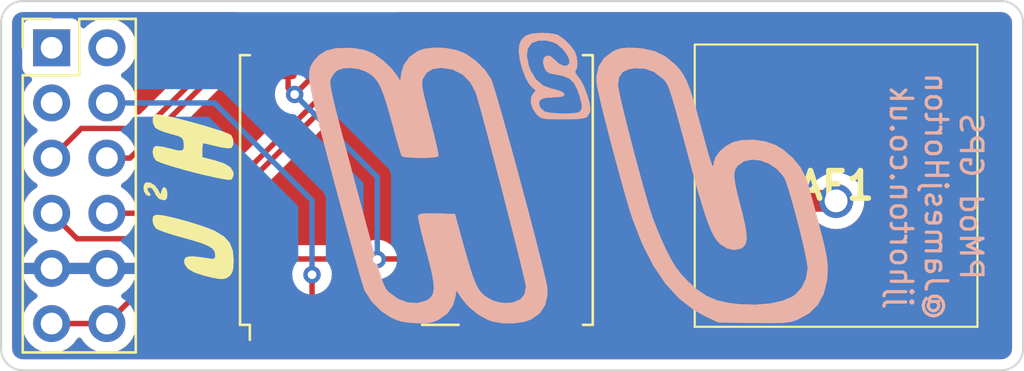
<source format=kicad_pcb>
(kicad_pcb (version 20211014) (generator pcbnew)
  (layers (0 "F.Cu" signal) (31 "B.Cu" signal) (34 "B.Paste" user) (35 "F.Paste" user) (36 "B.SilkS" user "B.Silkscreen") (37 "F.SilkS" user "F.Silkscreen") (38 "B.Mask" user) (39 "F.Mask" user) (44 "Edge.Cuts" user))
  (net 0 "")
  (net 1 "Net-(AE1-Pad1)")
  (net 4 "1PPS")
  (net 8 "GND")
  (net 9 "+3V3")
  (net 15 "SDA")
  (net 16 "SCL")
  (net 17 "TXD")
  (net 18 "RXD")
  (footprint "jjh:j2h_small" (layer "F.Cu") (at 126 91 90)
    (fp_text reference "G***" hide)
    (fp_text value "LOGO" hide)
    (fp_poly (pts (xy -0.916266 -2.009227) (xy -0.853482 -1.905249) (xy -0.846666 -1.779412) (xy -0.873808 -1.544377) (xy -0.947163 -1.192884) (xy -1.054627 -0.767452) (xy -1.184096 -0.310597) (xy -1.323466 0.135162) (xy -1.460632 0.527309) (xy -1.583491 0.823326) (xy -1.593507 0.843949) (xy -1.84552 1.254772) (xy -2.138795 1.518476) (xy -2.508188 1.657156) (xy -2.933521 1.693333) (xy -3.263589 1.680518) (xy -3.476315 1.633994) (xy -3.622307 1.541641) (xy -3.640666 1.524) (xy -3.743665 1.393135) (xy -3.79329 1.236553) (xy -3.789599 1.019163) (xy -3.732647 0.70587) (xy -3.64259 0.338667) (xy -3.490729 -0.121096) (xy -3.312754 -0.419638) (xy -3.103321 -0.563792) (xy -2.927834 -0.575511) (xy -2.820682 -0.519823) (xy -2.766175 -0.376243) (xy -2.762291 -0.122477) (xy -2.807013 0.263767) (xy -2.835438 0.4445) (xy -2.870183 0.685662) (xy -2.858652 0.803872) (xy -2.78396 0.842943) (xy -2.68046 0.846667) (xy -2.529615 0.818556) (xy -2.398393 0.720882) (xy -2.276258 0.533626) (xy -2.152674 0.236772) (xy -2.017104 -0.189696) (xy -1.88659 -0.661479) (xy -1.769102 -1.076097) (xy -1.65248 -1.440471) (xy -1.549369 -1.717989) (xy -1.472416 -1.872037) (xy -1.465559 -1.880465) (xy -1.280323 -1.994264) (xy -1.087544 -2.032) (xy -0.916266 -2.009227)) (layer "F.SilkS") (width 0.01) (fill solid))
    (fp_poly (pts (xy 2.237663 -1.98957) (xy 2.315048 -1.909091) (xy 2.317395 -1.769299) (xy 2.277991 -1.521819) (xy 2.206716 -1.225413) (xy 2.12553 -0.898368) (xy 2.114169 -0.702877) (xy 2.18633 -0.610734) (xy 2.355712 -0.593731) (xy 2.506774 -0.60752) (xy 2.633231 -0.636476) (xy 2.720861 -0.712238) (xy 2.792752 -0.872) (xy 2.871995 -1.152955) (xy 2.890385 -1.225482) (xy 2.984196 -1.534236) (xy 3.089379 -1.783792) (xy 3.183707 -1.921744) (xy 3.186641 -1.923982) (xy 3.398254 -2.015938) (xy 3.611894 -2.018021) (xy 3.761774 -1.933431) (xy 3.783231 -1.894971) (xy 3.781034 -1.761583) (xy 3.735539 -1.498458) (xy 3.655356 -1.13665) (xy 3.549094 -0.707213) (xy 3.425361 -0.241201) (xy 3.292766 0.230331) (xy 3.159919 0.67633) (xy 3.035428 1.06574) (xy 2.927903 1.36751) (xy 2.845952 1.550583) (xy 2.817806 1.5875) (xy 2.614785 1.676754) (xy 2.404105 1.681246) (xy 2.254233 1.603673) (xy 2.231205 1.564388) (xy 2.225391 1.419684) (xy 2.258883 1.168692) (xy 2.318529 0.890821) (xy 2.38814 0.607242) (xy 2.437404 0.394221) (xy 2.455334 0.3001) (xy 2.380384 0.27063) (xy 2.194237 0.25484) (xy 2.132988 0.254) (xy 1.810642 0.254) (xy 1.656137 0.849699) (xy 1.514022 1.275408) (xy 1.343928 1.546476) (xy 1.135247 1.676698) (xy 1.007528 1.693333) (xy 0.831352 1.632768) (xy 0.778031 1.585649) (xy 0.769726 1.471454) (xy 0.803174 1.225705) (xy 0.870567 0.878769) (xy 0.964097 0.461011) (xy 1.075958 0.002795) (xy 1.198342 -0.465513) (xy 1.323442 -0.913547) (xy 1.443449 -1.310942) (xy 1.550558 -1.627333) (xy 1.636959 -1.832354) (xy 1.670065 -1.883733) (xy 1.842479 -1.991941) (xy 2.054555 -2.02812) (xy 2.237663 -1.98957)) (layer "F.SilkS") (width 0.01) (fill solid))
    (fp_poly (pts (xy 0.600871 -2.393282) (xy 0.644177 -2.334949) (xy 0.638427 -2.138705) (xy 0.512548 -1.933058) (xy 0.302723 -1.773723) (xy 0.270019 -1.758832) (xy 0.118525 -1.689685) (xy 0.115652 -1.655199) (xy 0.232834 -1.629997) (xy 0.39938 -1.562052) (xy 0.424049 -1.468015) (xy 0.32157 -1.386201) (xy 0.127 -1.354667) (xy -0.081456 -1.376338) (xy -0.162652 -1.454071) (xy -0.168037 -1.502833) (xy -0.110065 -1.730766) (xy 0.0774 -1.889396) (xy 0.192223 -1.939941) (xy 0.358612 -2.042927) (xy 0.423334 -2.156905) (xy 0.379179 -2.273896) (xy 0.262158 -2.248576) (xy 0.187678 -2.185811) (xy 0.071751 -2.12442) (xy 0.021186 -2.182195) (xy 0.071385 -2.311641) (xy 0.082969 -2.326287) (xy 0.242541 -2.427061) (xy 0.440065 -2.449776) (xy 0.600871 -2.393282)) (layer "F.SilkS") (width 0.01) (fill solid))
  )
  (footprint "RF_GPS:ublox_NEO" (layer "F.Cu") (at 136.1 90.7 90)
    (fp_text reference "U1" hide)
    (fp_text value "NEO-M8M")
    (fp_line (start -6.21 -8.11) (end 6.21 -8.11) (layer "F.SilkS") (width 0.12))
    (fp_line (start 6.21 -8.11) (end 6.21 -7.66) (layer "F.SilkS") (width 0.12))
    (fp_line (start -6.21 0.26) (end -6.21 1.94) (layer "F.SilkS") (width 0.12))
    (fp_line (start -6.21 8.11) (end 6.21 8.11) (layer "F.SilkS") (width 0.12))
    (fp_line (start -6.21 -8.11) (end -6.21 -7.66) (layer "F.SilkS") (width 0.12))
    (fp_line (start -6.9 -7.66) (end -6.21 -7.66) (layer "F.SilkS") (width 0.12))
    (fp_line (start 6.21 0.26) (end 6.21 1.94) (layer "F.SilkS") (width 0.12))
    (fp_line (start -6.21 7.66) (end -6.21 8.11) (layer "F.SilkS") (width 0.12))
    (fp_line (start 6.21 7.66) (end 6.21 8.1) (layer "F.SilkS") (width 0.12))
    (pad "1" smd roundrect (at -6 -7 90) (size 1.8 0.8) (layers "F.Cu" "F.Paste" "F.Mask"))
    (pad "2" smd roundrect (at -6 -5.9 90) (size 1.8 0.8) (layers "F.Cu" "F.Paste" "F.Mask"))
    (pad "3" smd roundrect (at -6 -4.8 90) (size 1.8 0.8) (layers "F.Cu" "F.Paste" "F.Mask") (net 4 "1PPS"))
    (pad "4" smd roundrect (at -6 -3.7 90) (size 1.8 0.8) (layers "F.Cu" "F.Paste" "F.Mask"))
    (pad "5" smd roundrect (at -6 -2.6 90) (size 1.8 0.8) (layers "F.Cu" "F.Paste" "F.Mask"))
    (pad "6" smd roundrect (at -6 -1.5 90) (size 1.8 0.8) (layers "F.Cu" "F.Paste" "F.Mask"))
    (pad "7" smd roundrect (at -6 -0.4 90) (size 1.8 0.8) (layers "F.Cu" "F.Paste" "F.Mask") (net 8 "GND"))
    (pad "8" smd roundrect (at -6 2.6 90) (size 1.8 0.8) (layers "F.Cu" "F.Paste" "F.Mask") (net 9 "+3V3"))
    (pad "9" smd roundrect (at -6 3.7 90) (size 1.8 0.8) (layers "F.Cu" "F.Paste" "F.Mask"))
    (pad "10" smd roundrect (at -6 4.8 90) (size 1.8 0.8) (layers "F.Cu" "F.Paste" "F.Mask") (net 8 "GND"))
    (pad "11" smd roundrect (at -6 5.9 90) (size 1.8 0.8) (layers "F.Cu" "F.Paste" "F.Mask") (net 1 "Net-(AE1-Pad1)"))
    (pad "12" smd roundrect (at -6 7 90) (size 1.8 0.8) (layers "F.Cu" "F.Paste" "F.Mask") (net 8 "GND"))
    (pad "13" smd roundrect (at 6 7 90) (size 1.8 0.8) (layers "F.Cu" "F.Paste" "F.Mask") (net 8 "GND"))
    (pad "14" smd roundrect (at 6 5.9 90) (size 1.8 0.8) (layers "F.Cu" "F.Paste" "F.Mask"))
    (pad "15" smd roundrect (at 6 4.8 90) (size 1.8 0.8) (layers "F.Cu" "F.Paste" "F.Mask"))
    (pad "16" smd roundrect (at 6 3.7 90) (size 1.8 0.8) (layers "F.Cu" "F.Paste" "F.Mask"))
    (pad "17" smd roundrect (at 6 2.6 90) (size 1.8 0.8) (layers "F.Cu" "F.Paste" "F.Mask"))
    (pad "18" smd roundrect (at 6 -0.4 90) (size 1.8 0.8) (layers "F.Cu" "F.Paste" "F.Mask") (net 15 "SDA"))
    (pad "19" smd roundrect (at 6 -1.5 90) (size 1.8 0.8) (layers "F.Cu" "F.Paste" "F.Mask") (net 16 "SCL"))
    (pad "20" smd roundrect (at 6 -2.6 90) (size 1.8 0.8) (layers "F.Cu" "F.Paste" "F.Mask") (net 17 "TXD"))
    (pad "21" smd roundrect (at 6 -3.7 90) (size 1.8 0.8) (layers "F.Cu" "F.Paste" "F.Mask") (net 18 "RXD"))
    (pad "22" smd roundrect (at 6 -4.8 90) (size 1.8 0.8) (layers "F.Cu" "F.Paste" "F.Mask") (net 9 "+3V3"))
    (pad "23" smd roundrect (at 6 -5.9 90) (size 1.8 0.8) (layers "F.Cu" "F.Paste" "F.Mask") (net 9 "+3V3"))
    (pad "24" smd roundrect (at 6 -7 90) (size 1.8 0.8) (layers "F.Cu" "F.Paste" "F.Mask") (net 8 "GND"))
  )
  (footprint "Connector_PinHeader_2.54mm:PinHeader_2x06_P2.54mm_Vertical" (layer "F.Cu") (at 119.325 84.15)
    (fp_text reference "J1" hide)
    (fp_text value "Conn_02x06_Odd_Even" hide)
    (fp_line (start -1.33 14.03) (end 3.87 14.03) (layer "F.SilkS") (width 0.12))
    (fp_line (start 1.27 -1.33) (end 3.87 -1.33) (layer "F.SilkS") (width 0.12))
    (fp_line (start -1.33 0) (end -1.33 -1.33) (layer "F.SilkS") (width 0.12))
    (fp_line (start 3.87 -1.33) (end 3.87 14.03) (layer "F.SilkS") (width 0.12))
    (fp_line (start -1.33 1.27) (end 1.27 1.27) (layer "F.SilkS") (width 0.12))
    (fp_line (start 1.27 1.27) (end 1.27 -1.33) (layer "F.SilkS") (width 0.12))
    (fp_line (start -1.33 1.27) (end -1.33 14.03) (layer "F.SilkS") (width 0.12))
    (fp_line (start -1.33 -1.33) (end 0 -1.33) (layer "F.SilkS") (width 0.12))
    (pad "1" thru_hole rect (at 0 0) (size 1.7 1.7) (drill 1) (layers *.Cu *.Mask))
    (pad "2" thru_hole oval (at 2.54 0) (size 1.7 1.7) (drill 1) (layers *.Cu *.Mask))
    (pad "3" thru_hole oval (at 0 2.54) (size 1.7 1.7) (drill 1) (layers *.Cu *.Mask))
    (pad "4" thru_hole oval (at 2.54 2.54) (size 1.7 1.7) (drill 1) (layers *.Cu *.Mask) (net 4 "1PPS"))
    (pad "5" thru_hole oval (at 0 5.08) (size 1.7 1.7) (drill 1) (layers *.Cu *.Mask) (net 15 "SDA"))
    (pad "6" thru_hole oval (at 2.54 5.08) (size 1.7 1.7) (drill 1) (layers *.Cu *.Mask) (net 16 "SCL"))
    (pad "7" thru_hole oval (at 0 7.62) (size 1.7 1.7) (drill 1) (layers *.Cu *.Mask) (net 17 "TXD"))
    (pad "8" thru_hole oval (at 2.54 7.62) (size 1.7 1.7) (drill 1) (layers *.Cu *.Mask) (net 18 "RXD"))
    (pad "9" thru_hole oval (at 0 10.16) (size 1.7 1.7) (drill 1) (layers *.Cu *.Mask) (net 8 "GND"))
    (pad "10" thru_hole oval (at 2.54 10.16) (size 1.7 1.7) (drill 1) (layers *.Cu *.Mask) (net 8 "GND"))
    (pad "11" thru_hole oval (at 0 12.7) (size 1.7 1.7) (drill 1) (layers *.Cu *.Mask) (net 9 "+3V3"))
    (pad "12" thru_hole oval (at 2.54 12.7) (size 1.7 1.7) (drill 1) (layers *.Cu *.Mask) (net 9 "+3V3"))
  )
  (footprint "jjh:W3213" (layer "F.Cu") (at 155.4 91.2)
    (fp_text reference "AE1" (at 0 -0.7) (layer "F.SilkS") (effects (font (size 1.27 1.27) (thickness 0.254))))
    (fp_text value "Antenna" hide)
    (fp_line (start 6.5 -7.2) (end 6.5 5.8) (layer "F.SilkS") (width 0.1))
    (fp_line (start -6.5 -7.2) (end 6.5 -7.2) (layer "F.SilkS") (width 0.1))
    (fp_line (start 6.5 5.8) (end -6.5 5.8) (layer "F.SilkS") (width 0.1))
    (fp_line (start -6.5 5.8) (end -6.5 -7.2) (layer "F.SilkS") (width 0.1))
    (pad "1" thru_hole circle locked (at 0 0) (size 1.575 1.575) (drill 1.05) (layers *.Cu *.Mask) (net 1 "Net-(AE1-Pad1)"))
  )
  (footprint "jjh:Untitled" (layer "B.Cu") (at 143 91 180)
    (fp_text reference "G***" hide)
    (fp_text value "LOGO" hide)
    (fp_poly (pts (xy -2.542242 6.828419) (xy -2.327106 6.768676) (xy -2.116667 6.670004) (xy -1.731851 6.380838) (xy -1.483853 5.995685) (xy -1.378564 5.52594) (xy -1.382398 5.249333) (xy -1.415173 5.048441) (xy -1.487983 4.709099) (xy -1.594404 4.255694) (xy -1.728015 3.712612) (xy -1.882393 3.104241) (xy -2.051116 2.454965) (xy -2.227761 1.789173) (xy -2.405907 1.13125) (xy -2.579131 0.505582) (xy -2.74101 -0.063443) (xy -2.885122 -0.551439) (xy -3.005045 -0.93402) (xy -3.032416 -1.016) (xy -3.478993 -2.167274) (xy -3.982865 -3.161007) (xy -4.545841 -3.99964) (xy -5.169727 -4.685615) (xy -5.856332 -5.221376) (xy -6.347997 -5.495441) (xy -6.985 -5.799667) (xy -8.593667 -5.820856) (xy -9.169797 -5.826721) (xy -9.605681 -5.825647) (xy -9.930339 -5.81555) (xy -10.172788 -5.794347) (xy -10.362046 -5.759954) (xy -10.527133 -5.710288) (xy -10.618791 -5.675447) (xy -11.152723 -5.383847) (xy -11.556199 -4.98688) (xy -11.831313 -4.481407) (xy -11.980162 -3.864287) (xy -12.004137 -3.598334) (xy -12.013081 -3.350802) (xy -12.011754 -3.296436) (xy -11.090649 -3.296436) (xy -11.017608 -3.777571) (xy -10.811446 -4.205158) (xy -10.494313 -4.538129) (xy -10.380157 -4.613835) (xy -9.926584 -4.804591) (xy -9.350129 -4.928213) (xy -8.684836 -4.98119) (xy -7.964748 -4.960014) (xy -7.513895 -4.909296) (xy -6.944326 -4.786769) (xy -6.453105 -4.582622) (xy -5.990099 -4.270666) (xy -5.578134 -3.898055) (xy -5.280552 -3.582201) (xy -5.039777 -3.269951) (xy -4.817915 -2.906154) (xy -4.586089 -2.454226) (xy -4.377366 -2.000427) (xy -4.167796 -1.503237) (xy -3.988 -1.037101) (xy -3.907487 -0.804334) (xy -3.783442 -0.404109) (xy -3.638279 0.092461) (xy -3.478116 0.661701) (xy -3.309067 1.279936) (xy -3.137249 1.92349) (xy -2.968777 2.56869) (xy -2.809768 3.191859) (xy -2.666337 3.769324) (xy -2.544601 4.277407) (xy -2.450674 4.692436) (xy -2.390674 4.990733) (xy -2.370667 5.144811) (xy -2.418869 5.49233) (xy -2.574962 5.7252) (xy -2.856179 5.86033) (xy -3.147086 5.906703) (xy -3.613386 5.888865) (xy -4.021603 5.739336) (xy -4.417834 5.441152) (xy -4.421571 5.437662) (xy -4.495849 5.364356) (xy -4.562213 5.283282) (xy -4.626069 5.178103) (xy -4.692824 5.032484) (xy -4.767884 4.830089) (xy -4.856656 4.554581) (xy -4.964548 4.189626) (xy -5.096966 3.718887) (xy -5.259316 3.126029) (xy -5.457006 2.394715) (xy -5.580271 1.936801) (xy -5.830444 1.017553) (xy -6.046981 0.248165) (xy -6.235283 -0.386279) (xy -6.400749 -0.900691) (xy -6.548781 -1.309986) (xy -6.684778 -1.629078) (xy -6.814141 -1.87288) (xy -6.942269 -2.056305) (xy -7.074562 -2.194269) (xy -7.076804 -2.196242) (xy -7.38632 -2.388179) (xy -7.712348 -2.458805) (xy -8.008239 -2.402912) (xy -8.1425 -2.315211) (xy -8.238554 -2.182384) (xy -8.284412 -1.988192) (xy -8.278499 -1.711571) (xy -8.21924 -1.33146) (xy -8.105059 -0.826795) (xy -8.001 -0.423334) (xy -7.857381 0.13766) (xy -7.764695 0.563025) (xy -7.721234 0.878075) (xy -7.725288 1.108123) (xy -7.775146 1.278482) (xy -7.869101 1.414466) (xy -7.876344 1.422343) (xy -8.171635 1.624601) (xy -8.534617 1.700442) (xy -8.931253 1.658821) (xy -9.327506 1.50869) (xy -9.689339 1.259003) (xy -9.982716 0.918716) (xy -10.019856 0.858465) (xy -10.098156 0.675723) (xy -10.204347 0.358895) (xy -10.330342 -0.06064) (xy -10.468053 -0.551499) (xy -10.609394 -1.082303) (xy -10.746276 -1.621671) (xy -10.870612 -2.138222) (xy -10.974315 -2.600577) (xy -11.049298 -2.977353) (xy -11.087473 -3.237172) (xy -11.090649 -3.296436) (xy -12.011754 -3.296436) (xy -12.007443 -3.11993) (xy -11.982 -2.875093) (xy -11.931529 -2.585662) (xy -11.850809 -2.221011) (xy -11.734616 -1.750513) (xy -11.600287 -1.230011) (xy -11.456153 -0.686567) (xy -11.314376 -0.169224) (xy -11.184495 0.288484) (xy -11.076045 0.653025) (xy -10.998564 0.890866) (xy -10.991988 0.908799) (xy -10.752318 1.357349) (xy -10.392867 1.791525) (xy -9.959662 2.162595) (xy -9.609667 2.3723) (xy -9.133259 2.536917) (xy -8.600782 2.614312) (xy -8.078171 2.600095) (xy -7.661835 2.501976) (xy -7.335063 2.325628) (xy -7.052164 2.08065) (xy -6.851371 1.808221) (xy -6.770916 1.549517) (xy -6.770759 1.54222) (xy -6.761209 1.418507) (xy -6.733911 1.395003) (xy -6.685169 1.482255) (xy -6.611287 1.690809) (xy -6.508571 2.031213) (xy -6.373325 2.514015) (xy -6.201854 3.14976) (xy -6.183855 3.217333) (xy -5.988588 3.934301) (xy -5.820205 4.508442) (xy -5.669366 4.962341) (xy -5.52673 5.318584) (xy -5.382957 5.599756) (xy -5.228707 5.828444) (xy -5.054638 6.027233) (xy -4.998844 6.08278) (xy -4.544973 6.453532) (xy -4.066308 6.690907) (xy -3.51409 6.815207) (xy -3.175 6.842178) (xy -2.804716 6.849641) (xy -2.542242 6.828419)) (layer "B.SilkS") (width 0.01) (fill solid))
    (fp_poly (pts (xy 6.55668 6.796721) (xy 6.83823 6.698752) (xy 7.230291 6.413727) (xy 7.491853 6.0347) (xy 7.59785 5.665369) (xy 7.64319 5.327333) (xy 7.787716 5.5635) (xy 8.054881 5.906814) (xy 8.416365 6.24968) (xy 8.807284 6.533967) (xy 8.974666 6.626882) (xy 9.315736 6.751951) (xy 9.740375 6.823337) (xy 10.041526 6.844139) (xy 10.601952 6.828035) (xy 11.04133 6.717814) (xy 11.385404 6.503771) (xy 11.607515 6.253842) (xy 11.689627 6.132202) (xy 11.755011 6.010442) (xy 11.801428 5.875263) (xy 11.826637 5.713369) (xy 11.828399 5.511462) (xy 11.804472 5.256247) (xy 11.752618 4.934424) (xy 11.670594 4.532698) (xy 11.556162 4.037772) (xy 11.407081 3.436348) (xy 11.22111 2.715129) (xy 10.99601 1.860818) (xy 10.72954 0.860118) (xy 10.646268 0.548353) (xy 10.415379 -0.311596) (xy 10.193556 -1.129751) (xy 9.985281 -1.890113) (xy 9.795038 -2.57668) (xy 9.627312 -3.173453) (xy 9.486585 -3.664429) (xy 9.377341 -4.033609) (xy 9.304064 -4.264991) (xy 9.278656 -4.33224) (xy 8.950877 -4.844128) (xy 8.501616 -5.287438) (xy 8.117094 -5.543431) (xy 7.828141 -5.681529) (xy 7.543496 -5.765226) (xy 7.194025 -5.811575) (xy 6.970593 -5.826218) (xy 6.59354 -5.838187) (xy 6.324369 -5.821039) (xy 6.102881 -5.766216) (xy 5.881771 -5.671427) (xy 5.48453 -5.395939) (xy 5.223379 -5.019697) (xy 5.111325 -4.640852) (xy 5.060069 -4.328703) (xy 4.794867 -4.725518) (xy 4.478344 -5.094308) (xy 4.068017 -5.425788) (xy 3.627183 -5.673204) (xy 3.401678 -5.754581) (xy 2.933947 -5.834477) (xy 2.430225 -5.839103) (xy 1.956585 -5.772251) (xy 1.605439 -5.6515) (xy 1.226658 -5.373533) (xy 0.979878 -4.995009) (xy 0.872183 -4.529694) (xy 0.875531 -4.233334) (xy 0.88937 -4.15222) (xy 1.862666 -4.15222) (xy 1.928493 -4.500476) (xy 2.125839 -4.742155) (xy 2.454505 -4.877089) (xy 2.777037 -4.908092) (xy 3.081139 -4.876359) (xy 3.366583 -4.794761) (xy 3.412037 -4.774001) (xy 3.616594 -4.664152) (xy 3.786946 -4.548455) (xy 3.932501 -4.407549) (xy 4.062665 -4.22207) (xy 4.186847 -3.972655) (xy 4.314453 -3.639942) (xy 4.454891 -3.204568) (xy 4.617567 -2.647168) (xy 4.81189 -1.948382) (xy 4.847048 -1.820334) (xy 5.125742 -0.804334) (xy 5.951011 -0.780083) (xy 6.354883 -0.773947) (xy 6.616839 -0.785846) (xy 6.763608 -0.818594) (xy 6.820724 -0.87165) (xy 6.813806 -0.988189) (xy 6.766702 -1.238222) (xy 6.685984 -1.592492) (xy 6.57822 -2.021742) (xy 6.480584 -2.386269) (xy 6.305467 -3.044347) (xy 6.18404 -3.562024) (xy 6.115969 -3.959384) (xy 6.100921 -4.25651) (xy 6.138562 -4.473486) (xy 6.228559 -4.630395) (xy 6.370577 -4.747321) (xy 6.440722 -4.786798) (xy 6.849271 -4.907044) (xy 7.293566 -4.880391) (xy 7.739517 -4.714199) (xy 8.151283 -4.417466) (xy 8.210894 -4.360165) (xy 8.265128 -4.298914) (xy 8.317844 -4.221177) (xy 8.3729 -4.114416) (xy 8.434155 -3.966094) (xy 8.505468 -3.763676) (xy 8.590698 -3.494625) (xy 8.693703 -3.146403) (xy 8.818341 -2.706475) (xy 8.968473 -2.162303) (xy 9.147956 -1.501352) (xy 9.360649 -0.711083) (xy 9.610411 0.221038) (xy 9.819332 1.001891) (xy 10.070839 1.943922) (xy 10.280997 2.736422) (xy 10.452976 3.393238) (xy 10.589946 3.928217) (xy 10.695078 4.355205) (xy 10.771541 4.688047) (xy 10.822507 4.94059) (xy 10.851146 5.12668) (xy 10.860627 5.260164) (xy 10.854122 5.354887) (xy 10.8348 5.424696) (xy 10.833013 5.429097) (xy 10.701834 5.650269) (xy 10.552825 5.803039) (xy 10.299789 5.898081) (xy 9.956666 5.922626) (xy 9.586337 5.878807) (xy 9.25168 5.768761) (xy 9.230198 5.758115) (xy 9.012011 5.63014) (xy 8.830684 5.476298) (xy 8.674184 5.27343) (xy 8.530475 4.998379) (xy 8.387523 4.627987) (xy 8.233295 4.139097) (xy 8.055754 3.508551) (xy 8.049813 3.486728) (xy 7.915445 2.998444) (xy 7.793249 2.56487) (xy 7.691121 2.213189) (xy 7.616954 1.970588) (xy 7.578645 1.864251) (xy 7.578564 1.864118) (xy 7.474153 1.825098) (xy 7.247341 1.79793) (xy 6.944527 1.782787) (xy 6.612113 1.779842) (xy 6.296499 1.789268) (xy 6.044087 1.811241) (xy 5.901277 1.845932) (xy 5.887342 1.857797) (xy 5.893127 1.960608) (xy 5.938152 2.200481) (xy 6.016531 2.551271) (xy 6.122373 2.986832) (xy 6.249791 3.481018) (xy 6.270451 3.558775) (xy 6.419521 4.124048) (xy 6.52675 4.550805) (xy 6.59643 4.863462) (xy 6.632854 5.086429) (xy 6.640316 5.244122) (xy 6.623108 5.360953) (xy 6.599436 5.429684) (xy 6.418534 5.712025) (xy 6.147242 5.872792) (xy 5.760269 5.926527) (xy 5.735121 5.926666) (xy 5.228898 5.847186) (xy 4.784752 5.621116) (xy 4.427332 5.267011) (xy 4.181291 4.803428) (xy 4.160424 4.741333) (xy 4.080352 4.473541) (xy 3.969136 4.079728) (xy 3.831641 3.578721) (xy 3.672729 2.989345) (xy 3.497265 2.330428) (xy 3.310114 1.620795) (xy 3.116138 0.879273) (xy 2.920202 0.124688) (xy 2.727171 -0.624134) (xy 2.541908 -1.348367) (xy 2.369276 -2.029183) (xy 2.214141 -2.647758) (xy 2.081366 -3.185265) (xy 1.975814 -3.622876) (xy 1.902351 -3.941767) (xy 1.86584 -4.123111) (xy 1.862666 -4.15222) (xy 0.88937 -4.15222) (xy 0.906787 -4.050139) (xy 0.978465 -3.724823) (xy 1.085499 -3.276237) (xy 1.22282 -2.723232) (xy 1.38536 -2.08466) (xy 1.568052 -1.379371) (xy 1.765827 -0.626218) (xy 1.973617 0.155948) (xy 2.186355 0.948277) (xy 2.398973 1.731916) (xy 2.606402 2.488015) (xy 2.803575 3.197721) (xy 2.985424 3.842185) (xy 3.146881 4.402553) (xy 3.282878 4.859976) (xy 3.388347 5.195601) (xy 3.458221 5.390578) (xy 3.469227 5.41454) (xy 3.758831 5.841486) (xy 4.158998 6.24145) (xy 4.61317 6.560182) (xy 4.725008 6.619094) (xy 5.138588 6.763721) (xy 5.620464 6.842994) (xy 6.11253 6.854724) (xy 6.55668 6.796721)) (layer "B.SilkS") (width 0.01) (fill solid))
    (fp_poly (pts (xy 1.594781 7.503024) (xy 1.89204 7.396976) (xy 2.080184 7.20351) (xy 2.16866 6.976653) (xy 2.191476 6.666911) (xy 2.141511 6.283257) (xy 2.034395 5.874079) (xy 1.88576 5.487763) (xy 1.711236 5.172698) (xy 1.526454 4.977269) (xy 1.521832 4.974331) (xy 1.416522 4.889412) (xy 1.456297 4.814486) (xy 1.505019 4.77706) (xy 1.620269 4.597788) (xy 1.635995 4.340422) (xy 1.558609 4.058976) (xy 1.394518 3.807464) (xy 1.389312 3.801976) (xy 1.283663 3.697335) (xy 1.181581 3.627589) (xy 1.047683 3.58566) (xy 0.846582 3.564471) (xy 0.542894 3.556943) (xy 0.15954 3.556) (xy -0.292933 3.560685) (xy -0.60577 3.577064) (xy -0.808468 3.608616) (xy -0.930526 3.658825) (xy -0.96762 3.689047) (xy -1.075568 3.879633) (xy -1.100667 4.020171) (xy -1.074717 4.213254) (xy -0.704632 4.213254) (xy -0.692575 4.005004) (xy -0.588938 3.891487) (xy -0.521958 3.866974) (xy -0.286385 3.832946) (xy 0.03696 3.820859) (xy 0.390139 3.828751) (xy 0.715214 3.85466) (xy 0.954247 3.896625) (xy 1.016 3.919043) (xy 1.200434 4.092158) (xy 1.253389 4.245395) (xy 1.237864 4.399807) (xy 1.13147 4.498513) (xy 0.909687 4.551923) (xy 0.547995 4.570447) (xy 0.486833 4.570844) (xy 0.21651 4.598447) (xy 0.096368 4.667218) (xy 0.117951 4.759102) (xy 0.2728 4.856043) (xy 0.552458 4.939987) (xy 0.669888 4.96163) (xy 1.070112 5.108054) (xy 1.404383 5.398202) (xy 1.654167 5.813241) (xy 1.737138 6.046198) (xy 1.820273 6.483021) (xy 1.781114 6.811694) (xy 1.618028 7.04287) (xy 1.580153 7.071642) (xy 1.298996 7.178635) (xy 0.950061 7.187119) (xy 0.600498 7.100899) (xy 0.419265 7.005879) (xy 0.186876 6.805638) (xy -0.004216 6.56387) (xy -0.123637 6.327913) (xy -0.141016 6.145105) (xy -0.138215 6.137026) (xy -0.021856 6.022965) (xy 0.163719 6.0271) (xy 0.376105 6.14029) (xy 0.517017 6.278291) (xy 0.727014 6.456109) (xy 0.911107 6.48588) (xy 1.038909 6.388831) (xy 1.080034 6.186189) (xy 1.01698 5.929035) (xy 0.922819 5.767023) (xy 0.775319 5.676861) (xy 0.520505 5.623228) (xy 0.127479 5.543577) (xy -0.152947 5.417227) (xy -0.354882 5.212123) (xy -0.512431 4.896209) (xy -0.629299 4.542612) (xy -0.704632 4.213254) (xy -1.074717 4.213254) (xy -1.062123 4.306952) (xy -0.96191 4.663538) (xy -0.823161 5.027687) (xy -0.669007 5.337155) (xy -0.54892 5.504809) (xy -0.412033 5.683059) (xy -0.40703 5.788101) (xy -0.416391 5.795376) (xy -0.486015 5.924657) (xy -0.504544 6.152667) (xy -0.47395 6.417332) (xy -0.396204 6.656578) (xy -0.388559 6.671704) (xy -0.189669 6.950458) (xy 0.091476 7.227796) (xy 0.38263 7.432995) (xy 0.3966 7.440321) (xy 0.574459 7.489058) (xy 0.858034 7.523331) (xy 1.163802 7.535333) (xy 1.594781 7.503024)) (layer "B.SilkS") (width 0.01) (fill solid))
  )
  (gr_arc (start 163 82) (mid 163.707107 82.292893) (end 164 83) (layer "Edge.Cuts") (width 0.1))
  (gr_line (start 163 82) (end 118 82) (layer "Edge.Cuts") (width 0.1))
  (gr_line (start 164 98) (end 164 83) (layer "Edge.Cuts") (width 0.1))
  (gr_line (start 118 99) (end 163 99) (layer "Edge.Cuts") (width 0.1))
  (gr_line (start 117 83) (end 117 98) (layer "Edge.Cuts") (width 0.1))
  (gr_arc (start 164 98) (mid 163.707107 98.707107) (end 163 99) (layer "Edge.Cuts") (width 0.1))
  (gr_arc (start 118 99) (mid 117.292893 98.707107) (end 117 98) (layer "Edge.Cuts") (width 0.1))
  (gr_arc (start 117 83) (mid 117.292893 82.292893) (end 118 82) (layer "Edge.Cuts") (width 0.1))
  (gr_text "PMod GPS\n@JamesjHorton\njjhorton.co.uk" (at 160 91 -90) (layer "B.SilkS") (effects (font (size 1 1)) (justify mirror)))
  (segment (start 142 95.627887) (end 146.427887 91.2) (width 1) (layer "F.Cu") (net 1))
  (segment (start 146.427887 91.2) (end 155.4 91.2) (width 1) (layer "F.Cu") (net 1))
  (segment (start 142 96.7) (end 142 95.627887) (width 1) (layer "F.Cu") (net 1))
  (segment (start 131.3 94.6) (end 131.3 96.7) (width 0.25) (layer "F.Cu") (net 4))
  (via (at 131.3 94.6) (size 0.8) (drill 0.4) (layers "F.Cu" "B.Cu") (net 4))
  (segment (start 131.3 91.18) (end 131.3 94.6) (width 0.25) (layer "B.Cu") (net 4))
  (segment (start 126.81 86.69) (end 131.3 91.18) (width 0.25) (layer "B.Cu") (net 4))
  (segment (start 121.865 86.69) (end 126.81 86.69) (width 0.25) (layer "B.Cu") (net 4))
  (segment (start 131.3 84.7) (end 131.3 85.5) (width 0.25) (layer "F.Cu") (net 9))
  (segment (start 119.325 96.85) (end 121.865 96.85) (width 0.25) (layer "F.Cu") (net 9))
  (segment (start 121.865 96.85) (end 124.839511 93.875489) (width 0.25) (layer "F.Cu") (net 9))
  (segment (start 131.3 85.5) (end 130.5 86.3) (width 0.25) (layer "F.Cu") (net 9))
  (segment (start 138.7 94.5) (end 138.6 94.4) (width 0.25) (layer "F.Cu") (net 9))
  (segment (start 130.2 84.7) (end 130.2 86) (width 0.25) (layer "F.Cu") (net 9))
  (segment (start 130.2 86) (end 130.5 86.3) (width 0.25) (layer "F.Cu") (net 9))
  (segment (start 138.7 96.7) (end 138.7 94.5) (width 0.25) (layer "F.Cu") (net 9))
  (segment (start 124.839511 93.875489) (end 138.075489 93.875489) (width 0.25) (layer "F.Cu") (net 9))
  (segment (start 138.075489 93.875489) (end 138.6 94.4) (width 0.25) (layer "F.Cu") (net 9))
  (via (at 134.3 93.9) (size 0.8) (drill 0.4) (layers "F.Cu" "B.Cu") (net 9))
  (via (at 130.5 86.3) (size 0.8) (drill 0.4) (layers "F.Cu" "B.Cu") (net 9))
  (segment (start 134.3 90.1) (end 134.3 93.9) (width 0.25) (layer "B.Cu") (net 9))
  (segment (start 130.5 86.3) (end 134.3 90.1) (width 0.25) (layer "B.Cu") (net 9))
  (segment (start 128.47404 83.02596) (end 123.635489 87.864511) (width 0.25) (layer "F.Cu") (net 15))
  (segment (start 135.7 84.7) (end 135.7 84.158217) (width 0.25) (layer "F.Cu") (net 15))
  (segment (start 134.567743 83.02596) (end 128.47404 83.02596) (width 0.25) (layer "F.Cu") (net 15))
  (segment (start 123.635489 87.864511) (end 120.690489 87.864511) (width 0.25) (layer "F.Cu") (net 15))
  (segment (start 120.690489 87.864511) (end 119.325 89.23) (width 0.25) (layer "F.Cu") (net 15))
  (segment (start 135.7 84.158217) (end 134.567743 83.02596) (width 0.25) (layer "F.Cu") (net 15))
  (segment (start 122.928217 89.23) (end 121.865 89.23) (width 0.25) (layer "F.Cu") (net 16))
  (segment (start 128.682737 83.47548) (end 122.928217 89.23) (width 0.25) (layer "F.Cu") (net 16))
  (segment (start 134.6 84.158217) (end 133.917263 83.47548) (width 0.25) (layer "F.Cu") (net 16))
  (segment (start 133.917263 83.47548) (end 128.682737 83.47548) (width 0.25) (layer "F.Cu") (net 16))
  (segment (start 134.6 84.7) (end 134.6 84.158217) (width 0.25) (layer "F.Cu") (net 16))
  (segment (start 133.5 85.241783) (end 125.797272 92.944511) (width 0.25) (layer "F.Cu") (net 17))
  (segment (start 125.797272 92.944511) (end 120.499511 92.944511) (width 0.25) (layer "F.Cu") (net 17))
  (segment (start 133.5 84.7) (end 133.5 85.241783) (width 0.25) (layer "F.Cu") (net 17))
  (segment (start 120.499511 92.944511) (end 119.325 91.77) (width 0.25) (layer "F.Cu") (net 17))
  (segment (start 126.336065 91.77) (end 132.4 85.706065) (width 0.25) (layer "F.Cu") (net 18))
  (segment (start 132.4 85.706065) (end 132.4 84.7) (width 0.25) (layer "F.Cu") (net 18))
  (segment (start 121.865 91.77) (end 126.336065 91.77) (width 0.25) (layer "F.Cu") (net 18))
  (zone (net 8) (net_name "GND") (layers F&B.Cu) (connect_pads (clearance 0.508)) (min_thickness 0.254) (fill yes (thermal_gap 0.508) (thermal_bridge_width 0.508))
    (polygon (pts (xy 164 99) (xy 117 99) (xy 117 82) (xy 164 82)))
  )
)
</source>
